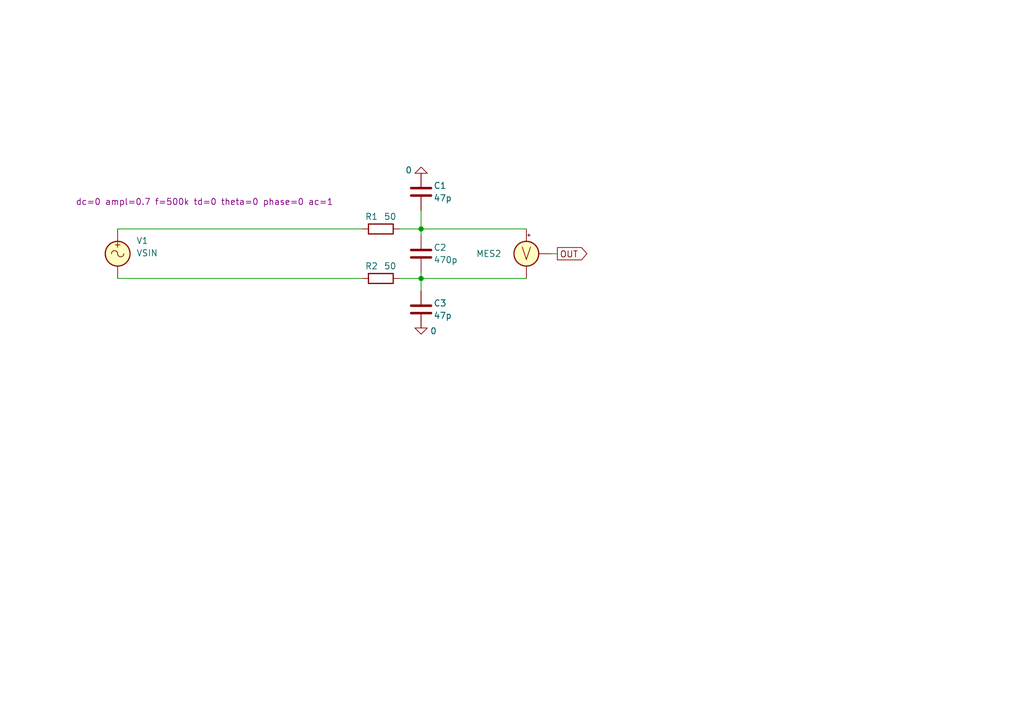
<source format=kicad_sch>
(kicad_sch
	(version 20231120)
	(generator "eeschema")
	(generator_version "8.0")
	(uuid "9d837fe4-82c0-4abe-b33c-d606d00fc729")
	(paper "A5")
	(title_block
		(title "MEIT - Probe pwr simulation")
		(date "2024-02-19")
		(rev "0.1.0")
		(company "Roman Vaněk")
		(comment 1 "Shematic diagram KiCad 7.0")
		(comment 2 "Roman Vaněk")
	)
	(lib_symbols
		(symbol "Device:C"
			(pin_numbers hide)
			(pin_names
				(offset 0.254)
			)
			(exclude_from_sim no)
			(in_bom yes)
			(on_board yes)
			(property "Reference" "C"
				(at 0.635 2.54 0)
				(effects
					(font
						(size 1.27 1.27)
					)
					(justify left)
				)
			)
			(property "Value" "C"
				(at 0.635 -2.54 0)
				(effects
					(font
						(size 1.27 1.27)
					)
					(justify left)
				)
			)
			(property "Footprint" ""
				(at 0.9652 -3.81 0)
				(effects
					(font
						(size 1.27 1.27)
					)
					(hide yes)
				)
			)
			(property "Datasheet" "~"
				(at 0 0 0)
				(effects
					(font
						(size 1.27 1.27)
					)
					(hide yes)
				)
			)
			(property "Description" "Unpolarized capacitor"
				(at 0 0 0)
				(effects
					(font
						(size 1.27 1.27)
					)
					(hide yes)
				)
			)
			(property "ki_keywords" "cap capacitor"
				(at 0 0 0)
				(effects
					(font
						(size 1.27 1.27)
					)
					(hide yes)
				)
			)
			(property "ki_fp_filters" "C_*"
				(at 0 0 0)
				(effects
					(font
						(size 1.27 1.27)
					)
					(hide yes)
				)
			)
			(symbol "C_0_1"
				(polyline
					(pts
						(xy -2.032 -0.762) (xy 2.032 -0.762)
					)
					(stroke
						(width 0.508)
						(type default)
					)
					(fill
						(type none)
					)
				)
				(polyline
					(pts
						(xy -2.032 0.762) (xy 2.032 0.762)
					)
					(stroke
						(width 0.508)
						(type default)
					)
					(fill
						(type none)
					)
				)
			)
			(symbol "C_1_1"
				(pin passive line
					(at 0 3.81 270)
					(length 2.794)
					(name "~"
						(effects
							(font
								(size 1.27 1.27)
							)
						)
					)
					(number "1"
						(effects
							(font
								(size 1.27 1.27)
							)
						)
					)
				)
				(pin passive line
					(at 0 -3.81 90)
					(length 2.794)
					(name "~"
						(effects
							(font
								(size 1.27 1.27)
							)
						)
					)
					(number "2"
						(effects
							(font
								(size 1.27 1.27)
							)
						)
					)
				)
			)
		)
		(symbol "Device:R"
			(pin_numbers hide)
			(pin_names
				(offset 0)
			)
			(exclude_from_sim no)
			(in_bom yes)
			(on_board yes)
			(property "Reference" "R"
				(at 2.032 0 90)
				(effects
					(font
						(size 1.27 1.27)
					)
				)
			)
			(property "Value" "R"
				(at 0 0 90)
				(effects
					(font
						(size 1.27 1.27)
					)
				)
			)
			(property "Footprint" ""
				(at -1.778 0 90)
				(effects
					(font
						(size 1.27 1.27)
					)
					(hide yes)
				)
			)
			(property "Datasheet" "~"
				(at 0 0 0)
				(effects
					(font
						(size 1.27 1.27)
					)
					(hide yes)
				)
			)
			(property "Description" "Resistor"
				(at 0 0 0)
				(effects
					(font
						(size 1.27 1.27)
					)
					(hide yes)
				)
			)
			(property "ki_keywords" "R res resistor"
				(at 0 0 0)
				(effects
					(font
						(size 1.27 1.27)
					)
					(hide yes)
				)
			)
			(property "ki_fp_filters" "R_*"
				(at 0 0 0)
				(effects
					(font
						(size 1.27 1.27)
					)
					(hide yes)
				)
			)
			(symbol "R_0_1"
				(rectangle
					(start -1.016 -2.54)
					(end 1.016 2.54)
					(stroke
						(width 0.254)
						(type default)
					)
					(fill
						(type none)
					)
				)
			)
			(symbol "R_1_1"
				(pin passive line
					(at 0 3.81 270)
					(length 1.27)
					(name "~"
						(effects
							(font
								(size 1.27 1.27)
							)
						)
					)
					(number "1"
						(effects
							(font
								(size 1.27 1.27)
							)
						)
					)
				)
				(pin passive line
					(at 0 -3.81 90)
					(length 1.27)
					(name "~"
						(effects
							(font
								(size 1.27 1.27)
							)
						)
					)
					(number "2"
						(effects
							(font
								(size 1.27 1.27)
							)
						)
					)
				)
			)
		)
		(symbol "Simulation_SPICE:0"
			(power)
			(pin_names
				(offset 0)
			)
			(exclude_from_sim no)
			(in_bom yes)
			(on_board yes)
			(property "Reference" "#GND"
				(at 0 -2.54 0)
				(effects
					(font
						(size 1.27 1.27)
					)
					(hide yes)
				)
			)
			(property "Value" "0"
				(at 0 -1.778 0)
				(effects
					(font
						(size 1.27 1.27)
					)
				)
			)
			(property "Footprint" ""
				(at 0 0 0)
				(effects
					(font
						(size 1.27 1.27)
					)
					(hide yes)
				)
			)
			(property "Datasheet" "~"
				(at 0 0 0)
				(effects
					(font
						(size 1.27 1.27)
					)
					(hide yes)
				)
			)
			(property "Description" "0V reference potential for simulation"
				(at 0 0 0)
				(effects
					(font
						(size 1.27 1.27)
					)
					(hide yes)
				)
			)
			(property "ki_keywords" "simulation"
				(at 0 0 0)
				(effects
					(font
						(size 1.27 1.27)
					)
					(hide yes)
				)
			)
			(symbol "0_0_1"
				(polyline
					(pts
						(xy -1.27 0) (xy 0 -1.27) (xy 1.27 0) (xy -1.27 0)
					)
					(stroke
						(width 0)
						(type default)
					)
					(fill
						(type none)
					)
				)
			)
			(symbol "0_1_1"
				(pin power_in line
					(at 0 0 0)
					(length 0) hide
					(name "0"
						(effects
							(font
								(size 1.016 1.016)
							)
						)
					)
					(number "1"
						(effects
							(font
								(size 1.016 1.016)
							)
						)
					)
				)
			)
		)
		(symbol "Simulation_SPICE:VOLTMETER_DIFF"
			(pin_numbers hide)
			(pin_names
				(offset 0.0254) hide)
			(exclude_from_sim no)
			(in_bom no)
			(on_board no)
			(property "Reference" "MES?"
				(at -10.16 0 0)
				(effects
					(font
						(size 1.27 1.27)
					)
					(justify left)
				)
			)
			(property "Value" "VOLTMETER_DIFF"
				(at -19.05 -2.54 0)
				(effects
					(font
						(size 1.27 1.27)
					)
					(justify left)
					(hide yes)
				)
			)
			(property "Footprint" ""
				(at 0 2.54 90)
				(effects
					(font
						(size 1.27 1.27)
					)
					(hide yes)
				)
			)
			(property "Datasheet" "https://ngspice.sourceforge.io/docs/ngspice-manual.pdf"
				(at 0 2.54 90)
				(effects
					(font
						(size 1.27 1.27)
					)
					(hide yes)
				)
			)
			(property "Description" "Differential voltmeter for simulation. The sensed differential voltage can be measured on the third terminal as a single-ended voltage"
				(at 0 0 0)
				(effects
					(font
						(size 1.27 1.27)
					)
					(hide yes)
				)
			)
			(property "Sim.Name" "kicad_builtin_vdiff"
				(at 0 0 0)
				(effects
					(font
						(size 1.27 1.27)
					)
					(hide yes)
				)
			)
			(property "Sim.Device" "SUBCKT"
				(at 0 0 0)
				(effects
					(font
						(size 1.27 1.27)
					)
					(hide yes)
				)
			)
			(property "Sim.Pins" "1=1 2=2 3=3"
				(at 0 0 0)
				(effects
					(font
						(size 1.27 1.27)
					)
					(hide yes)
				)
			)
			(property "Sim.Params" ""
				(at 0 0 0)
				(effects
					(font
						(size 1.27 1.27)
					)
					(hide yes)
				)
			)
			(property "Sim.Library" "${KICAD7_SYMBOL_DIR}/Simulation_SPICE.sp"
				(at 0 0 0)
				(effects
					(font
						(size 1.27 1.27)
					)
					(hide yes)
				)
			)
			(property "ki_keywords" "voltmeter differential vdiff"
				(at 0 0 0)
				(effects
					(font
						(size 1.27 1.27)
					)
					(hide yes)
				)
			)
			(symbol "VOLTMETER_DIFF_0_0"
				(text "V"
					(at 0 0 0)
					(effects
						(font
							(size 2.54 2.54)
						)
					)
				)
			)
			(symbol "VOLTMETER_DIFF_0_1"
				(polyline
					(pts
						(xy 0.254 3.81) (xy 0.762 3.81)
					)
					(stroke
						(width 0)
						(type default)
					)
					(fill
						(type none)
					)
				)
				(polyline
					(pts
						(xy 0.508 4.064) (xy 0.508 3.556)
					)
					(stroke
						(width 0)
						(type default)
					)
					(fill
						(type none)
					)
				)
				(circle
					(center 0 0)
					(radius 2.54)
					(stroke
						(width 0.254)
						(type default)
					)
					(fill
						(type background)
					)
				)
			)
			(symbol "VOLTMETER_DIFF_1_1"
				(pin passive line
					(at 0 5.08 270)
					(length 2.54)
					(name "+"
						(effects
							(font
								(size 1.27 1.27)
							)
						)
					)
					(number "1"
						(effects
							(font
								(size 1.27 1.27)
							)
						)
					)
				)
				(pin passive line
					(at 0 -5.08 90)
					(length 2.54)
					(name "-"
						(effects
							(font
								(size 1.27 1.27)
							)
						)
					)
					(number "2"
						(effects
							(font
								(size 1.27 1.27)
							)
						)
					)
				)
				(pin output line
					(at 5.08 0 180)
					(length 2.54)
					(name "out"
						(effects
							(font
								(size 1.27 1.27)
							)
						)
					)
					(number "3"
						(effects
							(font
								(size 1.27 1.27)
							)
						)
					)
				)
			)
		)
		(symbol "Simulation_SPICE:VSIN"
			(pin_numbers hide)
			(pin_names
				(offset 0.0254)
			)
			(exclude_from_sim no)
			(in_bom yes)
			(on_board yes)
			(property "Reference" "V"
				(at 2.54 2.54 0)
				(effects
					(font
						(size 1.27 1.27)
					)
					(justify left)
				)
			)
			(property "Value" "VSIN"
				(at 2.54 0 0)
				(effects
					(font
						(size 1.27 1.27)
					)
					(justify left)
				)
			)
			(property "Footprint" ""
				(at 0 0 0)
				(effects
					(font
						(size 1.27 1.27)
					)
					(hide yes)
				)
			)
			(property "Datasheet" "~"
				(at 0 0 0)
				(effects
					(font
						(size 1.27 1.27)
					)
					(hide yes)
				)
			)
			(property "Description" "Voltage source, sinusoidal"
				(at 0 0 0)
				(effects
					(font
						(size 1.27 1.27)
					)
					(hide yes)
				)
			)
			(property "Sim.Pins" "1=+ 2=-"
				(at 0 0 0)
				(effects
					(font
						(size 1.27 1.27)
					)
					(hide yes)
				)
			)
			(property "Sim.Params" "dc=0 ampl=1 f=1k ac=1"
				(at 2.54 -2.54 0)
				(effects
					(font
						(size 1.27 1.27)
					)
					(justify left)
				)
			)
			(property "Sim.Type" "SIN"
				(at 0 0 0)
				(effects
					(font
						(size 1.27 1.27)
					)
					(hide yes)
				)
			)
			(property "Sim.Device" "V"
				(at 0 0 0)
				(effects
					(font
						(size 1.27 1.27)
					)
					(justify left)
					(hide yes)
				)
			)
			(property "ki_keywords" "simulation ac vac"
				(at 0 0 0)
				(effects
					(font
						(size 1.27 1.27)
					)
					(hide yes)
				)
			)
			(symbol "VSIN_0_0"
				(arc
					(start 0 0)
					(mid -0.635 0.6323)
					(end -1.27 0)
					(stroke
						(width 0)
						(type default)
					)
					(fill
						(type none)
					)
				)
				(arc
					(start 0 0)
					(mid 0.635 -0.6323)
					(end 1.27 0)
					(stroke
						(width 0)
						(type default)
					)
					(fill
						(type none)
					)
				)
				(text "+"
					(at 0 1.905 0)
					(effects
						(font
							(size 1.27 1.27)
						)
					)
				)
			)
			(symbol "VSIN_0_1"
				(circle
					(center 0 0)
					(radius 2.54)
					(stroke
						(width 0.254)
						(type default)
					)
					(fill
						(type background)
					)
				)
			)
			(symbol "VSIN_1_1"
				(pin passive line
					(at 0 5.08 270)
					(length 2.54)
					(name "~"
						(effects
							(font
								(size 1.27 1.27)
							)
						)
					)
					(number "1"
						(effects
							(font
								(size 1.27 1.27)
							)
						)
					)
				)
				(pin passive line
					(at 0 -5.08 90)
					(length 2.54)
					(name "~"
						(effects
							(font
								(size 1.27 1.27)
							)
						)
					)
					(number "2"
						(effects
							(font
								(size 1.27 1.27)
							)
						)
					)
				)
			)
		)
	)
	(junction
		(at 86.36 57.15)
		(diameter 0)
		(color 0 0 0 0)
		(uuid "9e6f68c4-cb3b-41b5-b6c4-26488a01a895")
	)
	(junction
		(at 86.36 46.99)
		(diameter 0)
		(color 0 0 0 0)
		(uuid "bf132ed7-a9a3-4e41-a3e1-55c8d90e18c5")
	)
	(wire
		(pts
			(xy 86.36 57.15) (xy 107.95 57.15)
		)
		(stroke
			(width 0)
			(type default)
		)
		(uuid "1fc6a41d-1c19-4bca-8b00-297c90f56018")
	)
	(wire
		(pts
			(xy 24.13 46.99) (xy 74.295 46.99)
		)
		(stroke
			(width 0)
			(type default)
		)
		(uuid "20db448f-76bd-4e2c-a5f0-ef2bb81b5411")
	)
	(wire
		(pts
			(xy 86.36 43.18) (xy 86.36 46.99)
		)
		(stroke
			(width 0)
			(type default)
		)
		(uuid "24302ce7-f74f-4432-9925-4043038b5fa1")
	)
	(wire
		(pts
			(xy 81.915 46.99) (xy 86.36 46.99)
		)
		(stroke
			(width 0)
			(type default)
		)
		(uuid "46511083-e05c-4de1-b2a9-cf5ffeafade3")
	)
	(wire
		(pts
			(xy 86.36 55.88) (xy 86.36 57.15)
		)
		(stroke
			(width 0)
			(type default)
		)
		(uuid "56e28a43-aa3a-4a86-a835-3bfb5e690b10")
	)
	(wire
		(pts
			(xy 114.3 52.07) (xy 113.03 52.07)
		)
		(stroke
			(width 0)
			(type default)
		)
		(uuid "71874032-ccce-46f7-a48e-63736b15feb6")
	)
	(wire
		(pts
			(xy 86.36 46.99) (xy 86.36 48.26)
		)
		(stroke
			(width 0)
			(type default)
		)
		(uuid "7e63e761-ecd9-4990-841d-fc093a922c4c")
	)
	(wire
		(pts
			(xy 24.13 57.15) (xy 74.295 57.15)
		)
		(stroke
			(width 0)
			(type default)
		)
		(uuid "85222834-2b6e-4859-943a-38eca5d77f28")
	)
	(wire
		(pts
			(xy 81.915 57.15) (xy 86.36 57.15)
		)
		(stroke
			(width 0)
			(type default)
		)
		(uuid "8bb016dd-0517-46f9-986c-840b366acd91")
	)
	(wire
		(pts
			(xy 86.36 57.15) (xy 86.36 59.69)
		)
		(stroke
			(width 0)
			(type default)
		)
		(uuid "c4ce544a-25f1-4fb2-a8ef-03e9d9f74ae0")
	)
	(wire
		(pts
			(xy 86.36 46.99) (xy 107.95 46.99)
		)
		(stroke
			(width 0)
			(type default)
		)
		(uuid "d9395501-a433-4bf8-9165-df7e0fdf7e44")
	)
	(global_label "OUT"
		(shape output)
		(at 114.3 52.07 0)
		(fields_autoplaced yes)
		(effects
			(font
				(size 1.27 1.27)
			)
			(justify left)
		)
		(uuid "7b4336e4-aca5-4a0d-9715-e3db69b3954c")
		(property "Intersheetrefs" "${INTERSHEET_REFS}"
			(at 120.9138 52.07 0)
			(effects
				(font
					(size 1.27 1.27)
				)
				(justify left)
				(hide yes)
			)
		)
	)
	(symbol
		(lib_id "Device:C")
		(at 86.36 39.37 0)
		(mirror x)
		(unit 1)
		(exclude_from_sim no)
		(in_bom yes)
		(on_board yes)
		(dnp no)
		(uuid "4a58e966-a718-43fa-b37f-b32a9802daad")
		(property "Reference" "C1"
			(at 88.9 38.1 0)
			(effects
				(font
					(size 1.27 1.27)
				)
				(justify left)
			)
		)
		(property "Value" "47p"
			(at 88.9 40.64 0)
			(effects
				(font
					(size 1.27 1.27)
				)
				(justify left)
			)
		)
		(property "Footprint" ""
			(at 87.3252 35.56 0)
			(effects
				(font
					(size 1.27 1.27)
				)
				(hide yes)
			)
		)
		(property "Datasheet" "~"
			(at 86.36 39.37 0)
			(effects
				(font
					(size 1.27 1.27)
				)
				(hide yes)
			)
		)
		(property "Description" ""
			(at 86.36 39.37 0)
			(effects
				(font
					(size 1.27 1.27)
				)
				(hide yes)
			)
		)
		(pin "1"
			(uuid "7527ce9d-8571-4cbe-a519-f7e337baf48c")
		)
		(pin "2"
			(uuid "f5edc914-3c78-489f-b659-07b3227a0e10")
		)
		(instances
			(project "MEIT_probe_filter"
				(path "/9d837fe4-82c0-4abe-b33c-d606d00fc729"
					(reference "C1")
					(unit 1)
				)
			)
		)
	)
	(symbol
		(lib_id "Device:R")
		(at 78.105 57.15 90)
		(unit 1)
		(exclude_from_sim no)
		(in_bom yes)
		(on_board yes)
		(dnp no)
		(uuid "5c65eb2d-bf77-4b61-b7b5-b57728f248ba")
		(property "Reference" "R2"
			(at 76.2 54.61 90)
			(effects
				(font
					(size 1.27 1.27)
				)
			)
		)
		(property "Value" "50"
			(at 80.01 54.61 90)
			(effects
				(font
					(size 1.27 1.27)
				)
			)
		)
		(property "Footprint" ""
			(at 78.105 58.928 90)
			(effects
				(font
					(size 1.27 1.27)
				)
				(hide yes)
			)
		)
		(property "Datasheet" "~"
			(at 78.105 57.15 0)
			(effects
				(font
					(size 1.27 1.27)
				)
				(hide yes)
			)
		)
		(property "Description" ""
			(at 78.105 57.15 0)
			(effects
				(font
					(size 1.27 1.27)
				)
				(hide yes)
			)
		)
		(pin "1"
			(uuid "16446343-04ab-42bc-9b54-9b7b63745a14")
		)
		(pin "2"
			(uuid "e6dfddea-0326-4a13-8c9a-2fa7eccb9295")
		)
		(instances
			(project "MEIT_probe_filter"
				(path "/9d837fe4-82c0-4abe-b33c-d606d00fc729"
					(reference "R2")
					(unit 1)
				)
			)
		)
	)
	(symbol
		(lib_id "Simulation_SPICE:0")
		(at 86.36 35.56 180)
		(unit 1)
		(exclude_from_sim no)
		(in_bom yes)
		(on_board yes)
		(dnp no)
		(uuid "5e51af3d-e525-4802-acd2-f97bbae6a26a")
		(property "Reference" "#GND03"
			(at 86.36 33.02 0)
			(effects
				(font
					(size 1.27 1.27)
				)
				(hide yes)
			)
		)
		(property "Value" "0"
			(at 83.82 34.925 0)
			(effects
				(font
					(size 1.27 1.27)
				)
			)
		)
		(property "Footprint" ""
			(at 86.36 35.56 0)
			(effects
				(font
					(size 1.27 1.27)
				)
				(hide yes)
			)
		)
		(property "Datasheet" "~"
			(at 86.36 35.56 0)
			(effects
				(font
					(size 1.27 1.27)
				)
				(hide yes)
			)
		)
		(property "Description" ""
			(at 86.36 35.56 0)
			(effects
				(font
					(size 1.27 1.27)
				)
				(hide yes)
			)
		)
		(pin "1"
			(uuid "e6d3dc45-954f-4824-b0cf-12ea53d56c46")
		)
		(instances
			(project "MEIT_probe_filter"
				(path "/9d837fe4-82c0-4abe-b33c-d606d00fc729"
					(reference "#GND03")
					(unit 1)
				)
			)
		)
	)
	(symbol
		(lib_id "Simulation_SPICE:0")
		(at 86.36 67.31 0)
		(unit 1)
		(exclude_from_sim no)
		(in_bom yes)
		(on_board yes)
		(dnp no)
		(uuid "6f527d4c-1694-40de-9f40-f0164013d686")
		(property "Reference" "#GND04"
			(at 86.36 69.85 0)
			(effects
				(font
					(size 1.27 1.27)
				)
				(hide yes)
			)
		)
		(property "Value" "0"
			(at 88.9 67.945 0)
			(effects
				(font
					(size 1.27 1.27)
				)
			)
		)
		(property "Footprint" ""
			(at 86.36 67.31 0)
			(effects
				(font
					(size 1.27 1.27)
				)
				(hide yes)
			)
		)
		(property "Datasheet" "~"
			(at 86.36 67.31 0)
			(effects
				(font
					(size 1.27 1.27)
				)
				(hide yes)
			)
		)
		(property "Description" ""
			(at 86.36 67.31 0)
			(effects
				(font
					(size 1.27 1.27)
				)
				(hide yes)
			)
		)
		(pin "1"
			(uuid "bf5ebbd3-80f5-475b-b3df-8f10cfd9d9f3")
		)
		(instances
			(project "MEIT_probe_filter"
				(path "/9d837fe4-82c0-4abe-b33c-d606d00fc729"
					(reference "#GND04")
					(unit 1)
				)
			)
		)
	)
	(symbol
		(lib_id "Device:C")
		(at 86.36 52.07 0)
		(unit 1)
		(exclude_from_sim no)
		(in_bom yes)
		(on_board yes)
		(dnp no)
		(uuid "766f30a1-ae24-44a0-9228-d70d4d2eaba8")
		(property "Reference" "C2"
			(at 88.9 50.8 0)
			(effects
				(font
					(size 1.27 1.27)
				)
				(justify left)
			)
		)
		(property "Value" "470p"
			(at 88.9 53.34 0)
			(effects
				(font
					(size 1.27 1.27)
				)
				(justify left)
			)
		)
		(property "Footprint" ""
			(at 87.3252 55.88 0)
			(effects
				(font
					(size 1.27 1.27)
				)
				(hide yes)
			)
		)
		(property "Datasheet" "~"
			(at 86.36 52.07 0)
			(effects
				(font
					(size 1.27 1.27)
				)
				(hide yes)
			)
		)
		(property "Description" ""
			(at 86.36 52.07 0)
			(effects
				(font
					(size 1.27 1.27)
				)
				(hide yes)
			)
		)
		(pin "1"
			(uuid "9a922f2b-4304-419c-8d8c-567ccfd62211")
		)
		(pin "2"
			(uuid "9188ce59-6edf-4e54-abc1-533aeb3ebee5")
		)
		(instances
			(project "MEIT_probe_filter"
				(path "/9d837fe4-82c0-4abe-b33c-d606d00fc729"
					(reference "C2")
					(unit 1)
				)
			)
		)
	)
	(symbol
		(lib_id "Device:C")
		(at 86.36 63.5 0)
		(unit 1)
		(exclude_from_sim no)
		(in_bom yes)
		(on_board yes)
		(dnp no)
		(uuid "7c50653e-179f-4d3d-99d4-4ff1681507a3")
		(property "Reference" "C3"
			(at 88.9 62.23 0)
			(effects
				(font
					(size 1.27 1.27)
				)
				(justify left)
			)
		)
		(property "Value" "47p"
			(at 88.9 64.77 0)
			(effects
				(font
					(size 1.27 1.27)
				)
				(justify left)
			)
		)
		(property "Footprint" ""
			(at 87.3252 67.31 0)
			(effects
				(font
					(size 1.27 1.27)
				)
				(hide yes)
			)
		)
		(property "Datasheet" "~"
			(at 86.36 63.5 0)
			(effects
				(font
					(size 1.27 1.27)
				)
				(hide yes)
			)
		)
		(property "Description" ""
			(at 86.36 63.5 0)
			(effects
				(font
					(size 1.27 1.27)
				)
				(hide yes)
			)
		)
		(pin "1"
			(uuid "f0d604f3-87bb-43b5-b368-ee4a354039df")
		)
		(pin "2"
			(uuid "57f86925-9be9-4b67-b146-38578460475c")
		)
		(instances
			(project "MEIT_probe_filter"
				(path "/9d837fe4-82c0-4abe-b33c-d606d00fc729"
					(reference "C3")
					(unit 1)
				)
			)
		)
	)
	(symbol
		(lib_id "Simulation_SPICE:VSIN")
		(at 24.13 52.07 0)
		(unit 1)
		(exclude_from_sim no)
		(in_bom yes)
		(on_board yes)
		(dnp no)
		(uuid "88eb19cf-ff4d-46fe-9cba-dfd2ad3fdea5")
		(property "Reference" "V1"
			(at 27.94 49.4002 0)
			(effects
				(font
					(size 1.27 1.27)
				)
				(justify left)
			)
		)
		(property "Value" "VSIN"
			(at 27.94 51.9402 0)
			(effects
				(font
					(size 1.27 1.27)
				)
				(justify left)
			)
		)
		(property "Footprint" ""
			(at 24.13 52.07 0)
			(effects
				(font
					(size 1.27 1.27)
				)
				(hide yes)
			)
		)
		(property "Datasheet" "~"
			(at 24.13 52.07 0)
			(effects
				(font
					(size 1.27 1.27)
				)
				(hide yes)
			)
		)
		(property "Description" ""
			(at 24.13 52.07 0)
			(effects
				(font
					(size 1.27 1.27)
				)
				(hide yes)
			)
		)
		(property "Sim.Pins" "1=+ 2=-"
			(at 24.13 52.07 0)
			(effects
				(font
					(size 1.27 1.27)
				)
				(hide yes)
			)
		)
		(property "Sim.Params" "dc=0 ampl=0.7 f=500k td=0 theta=0 phase=0 ac=1"
			(at 15.494 41.402 0)
			(effects
				(font
					(size 1.27 1.27)
				)
				(justify left)
			)
		)
		(property "Sim.Type" "SIN"
			(at 24.13 52.07 0)
			(effects
				(font
					(size 1.27 1.27)
				)
				(hide yes)
			)
		)
		(property "Sim.Device" "V"
			(at 24.13 52.07 0)
			(effects
				(font
					(size 1.27 1.27)
				)
				(justify left)
				(hide yes)
			)
		)
		(pin "1"
			(uuid "f4a73666-04fc-49a5-aacf-97758bd8cac7")
		)
		(pin "2"
			(uuid "414b381b-da43-4186-bc2a-dbab9462cdcb")
		)
		(instances
			(project "MEIT_probe_filter"
				(path "/9d837fe4-82c0-4abe-b33c-d606d00fc729"
					(reference "V1")
					(unit 1)
				)
			)
		)
	)
	(symbol
		(lib_id "Simulation_SPICE:VOLTMETER_DIFF")
		(at 107.95 52.07 0)
		(unit 1)
		(exclude_from_sim no)
		(in_bom no)
		(on_board no)
		(dnp no)
		(uuid "8d59fddc-db11-43ae-b7e2-29c0b0e71c9c")
		(property "Reference" "MES2"
			(at 102.87 52.07 0)
			(effects
				(font
					(size 1.27 1.27)
				)
				(justify right)
			)
		)
		(property "Value" "VOLTMETER_DIFF"
			(at 88.9 54.61 0)
			(effects
				(font
					(size 1.27 1.27)
				)
				(justify left)
				(hide yes)
			)
		)
		(property "Footprint" ""
			(at 107.95 49.53 90)
			(effects
				(font
					(size 1.27 1.27)
				)
				(hide yes)
			)
		)
		(property "Datasheet" "https://ngspice.sourceforge.io/docs/ngspice-manual.pdf"
			(at 107.95 49.53 90)
			(effects
				(font
					(size 1.27 1.27)
				)
				(hide yes)
			)
		)
		(property "Description" ""
			(at 107.95 52.07 0)
			(effects
				(font
					(size 1.27 1.27)
				)
				(hide yes)
			)
		)
		(property "Sim.Name" "kicad_builtin_vdiff"
			(at 107.95 52.07 0)
			(effects
				(font
					(size 1.27 1.27)
				)
				(hide yes)
			)
		)
		(property "Sim.Device" "SUBCKT"
			(at 107.95 52.07 0)
			(effects
				(font
					(size 1.27 1.27)
				)
				(hide yes)
			)
		)
		(property "Sim.Pins" "1=1 2=2 3=3"
			(at 107.95 52.07 0)
			(effects
				(font
					(size 1.27 1.27)
				)
				(hide yes)
			)
		)
		(property "Sim.Params" ""
			(at 107.95 52.07 0)
			(effects
				(font
					(size 1.27 1.27)
				)
				(hide yes)
			)
		)
		(property "Sim.Library" "${KICAD7_SYMBOL_DIR}/Simulation_SPICE.sp"
			(at 107.95 52.07 0)
			(effects
				(font
					(size 1.27 1.27)
				)
				(hide yes)
			)
		)
		(pin "1"
			(uuid "ba611b06-1568-496c-8077-5f9915dbc7ce")
		)
		(pin "2"
			(uuid "1c395ee0-34cf-49c6-8043-232378f6a8d3")
		)
		(pin "3"
			(uuid "97fc01ad-92f2-4c69-bc7b-cac79a134576")
		)
		(instances
			(project "MEIT_probe_filter"
				(path "/9d837fe4-82c0-4abe-b33c-d606d00fc729"
					(reference "MES2")
					(unit 1)
				)
			)
		)
	)
	(symbol
		(lib_id "Device:R")
		(at 78.105 46.99 90)
		(unit 1)
		(exclude_from_sim no)
		(in_bom yes)
		(on_board yes)
		(dnp no)
		(uuid "d621ab5c-d0f4-40ef-9c2f-30d7709306f3")
		(property "Reference" "R1"
			(at 76.2 44.45 90)
			(effects
				(font
					(size 1.27 1.27)
				)
			)
		)
		(property "Value" "50"
			(at 80.01 44.45 90)
			(effects
				(font
					(size 1.27 1.27)
				)
			)
		)
		(property "Footprint" ""
			(at 78.105 48.768 90)
			(effects
				(font
					(size 1.27 1.27)
				)
				(hide yes)
			)
		)
		(property "Datasheet" "~"
			(at 78.105 46.99 0)
			(effects
				(font
					(size 1.27 1.27)
				)
				(hide yes)
			)
		)
		(property "Description" ""
			(at 78.105 46.99 0)
			(effects
				(font
					(size 1.27 1.27)
				)
				(hide yes)
			)
		)
		(pin "1"
			(uuid "991ee1b8-f67f-4a3e-a2b7-c6c0dc062118")
		)
		(pin "2"
			(uuid "df87a362-a789-4c2c-887f-a7f43a9a2aab")
		)
		(instances
			(project "MEIT_probe_filter"
				(path "/9d837fe4-82c0-4abe-b33c-d606d00fc729"
					(reference "R1")
					(unit 1)
				)
			)
		)
	)
	(sheet_instances
		(path "/"
			(page "1")
		)
	)
)
</source>
